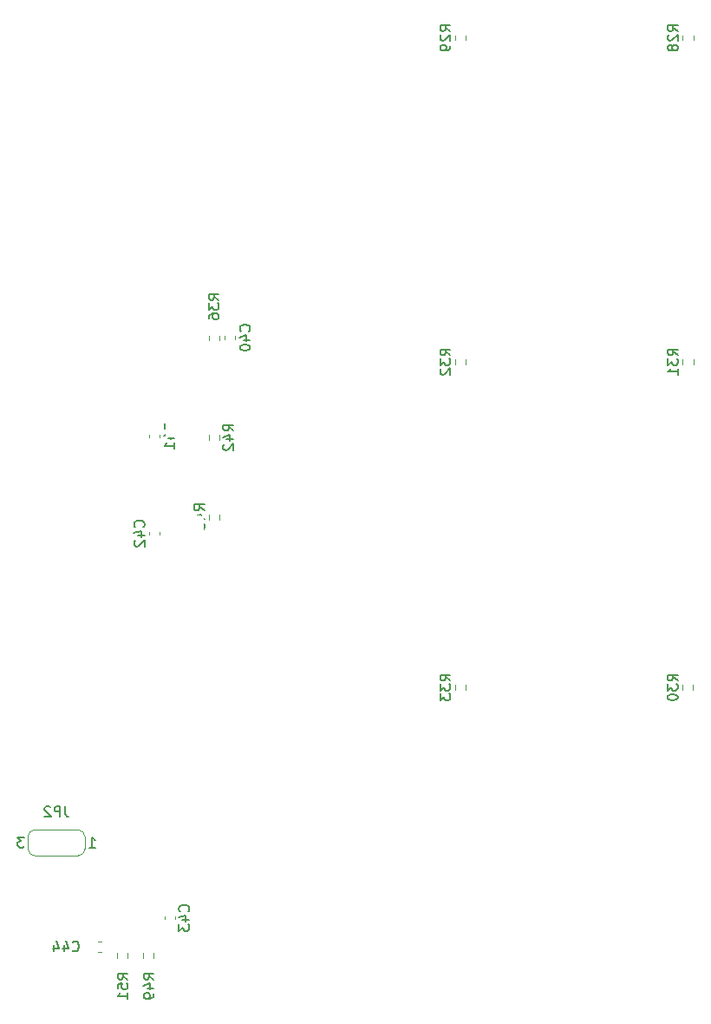
<source format=gbo>
G04 #@! TF.GenerationSoftware,KiCad,Pcbnew,(5.1.8)-1*
G04 #@! TF.CreationDate,2020-12-25T17:54:38+03:00*
G04 #@! TF.ProjectId,3d_print_main,33645f70-7269-46e7-945f-6d61696e2e6b,rev?*
G04 #@! TF.SameCoordinates,Original*
G04 #@! TF.FileFunction,Legend,Bot*
G04 #@! TF.FilePolarity,Positive*
%FSLAX46Y46*%
G04 Gerber Fmt 4.6, Leading zero omitted, Abs format (unit mm)*
G04 Created by KiCad (PCBNEW (5.1.8)-1) date 2020-12-25 17:54:38*
%MOMM*%
%LPD*%
G01*
G04 APERTURE LIST*
%ADD10C,0.120000*%
%ADD11C,0.150000*%
%ADD12C,6.502000*%
%ADD13C,0.902000*%
%ADD14O,2.302000X2.302000*%
%ADD15C,2.102000*%
%ADD16C,3.602000*%
%ADD17O,4.102000X3.102000*%
%ADD18O,1.902000X3.702000*%
%ADD19O,1.802000X1.802000*%
%ADD20C,1.102000*%
%ADD21C,1.852000*%
%ADD22O,1.702000X1.702000*%
%ADD23O,3.702000X1.902000*%
%ADD24C,1.802000*%
%ADD25O,1.802000X2.052000*%
G04 APERTURE END LIST*
D10*
X159652501Y-117394258D02*
X159652501Y-116919742D01*
X160697501Y-117394258D02*
X160697501Y-116919742D01*
X162192501Y-117394258D02*
X162192501Y-116919742D01*
X163237501Y-117394258D02*
X163237501Y-116919742D01*
X169686500Y-74157743D02*
X169686500Y-74632259D01*
X168641500Y-74157743D02*
X168641500Y-74632259D01*
X168641500Y-66848259D02*
X168641500Y-66373743D01*
X169686500Y-66848259D02*
X169686500Y-66373743D01*
X168641500Y-57176259D02*
X168641500Y-56701743D01*
X169686500Y-57176259D02*
X169686500Y-56701743D01*
X193717502Y-90757742D02*
X193717502Y-91232258D01*
X192672502Y-90757742D02*
X192672502Y-91232258D01*
X193717500Y-59007742D02*
X193717500Y-59482258D01*
X192672500Y-59007742D02*
X192672500Y-59482258D01*
X215942500Y-59007742D02*
X215942500Y-59482258D01*
X214897500Y-59007742D02*
X214897500Y-59482258D01*
X215914500Y-90757742D02*
X215914500Y-91232258D01*
X214869500Y-90757742D02*
X214869500Y-91232258D01*
X193717502Y-27385742D02*
X193717502Y-27860258D01*
X192672502Y-27385742D02*
X192672502Y-27860258D01*
X215942500Y-27385742D02*
X215942500Y-27860258D01*
X214897500Y-27385742D02*
X214897500Y-27860258D01*
X158115579Y-116842000D02*
X157834419Y-116842000D01*
X158115579Y-115822000D02*
X157834419Y-115822000D01*
X164336000Y-113645580D02*
X164336000Y-113364420D01*
X165356000Y-113645580D02*
X165356000Y-113364420D01*
X163832000Y-75854422D02*
X163832000Y-76135582D01*
X162812000Y-75854422D02*
X162812000Y-76135582D01*
X163832000Y-66329419D02*
X163832000Y-66610579D01*
X162812000Y-66329419D02*
X162812000Y-66610579D01*
X171198000Y-56755420D02*
X171198000Y-57036580D01*
X170178000Y-56755420D02*
X170178000Y-57036580D01*
X156553833Y-106750527D02*
X156553833Y-105610527D01*
X151665833Y-107450527D02*
X155853833Y-107450527D01*
X150965833Y-105672527D02*
X150965833Y-106750527D01*
X155853833Y-104910527D02*
X151665833Y-104910527D01*
X151665833Y-104910527D02*
G75*
G03*
X150965833Y-105610527I0J-700000D01*
G01*
X150965833Y-106750527D02*
G75*
G03*
X151665833Y-107450527I700000J0D01*
G01*
X155853833Y-107450527D02*
G75*
G03*
X156553833Y-106750527I0J700000D01*
G01*
X156553833Y-105610527D02*
G75*
G03*
X155853833Y-104910527I-700000J0D01*
G01*
D11*
X160726380Y-119499142D02*
X160250190Y-119165809D01*
X160726380Y-118927714D02*
X159726380Y-118927714D01*
X159726380Y-119308666D01*
X159774000Y-119403904D01*
X159821619Y-119451523D01*
X159916857Y-119499142D01*
X160059714Y-119499142D01*
X160154952Y-119451523D01*
X160202571Y-119403904D01*
X160250190Y-119308666D01*
X160250190Y-118927714D01*
X159726380Y-120403904D02*
X159726380Y-119927714D01*
X160202571Y-119880095D01*
X160154952Y-119927714D01*
X160107333Y-120022952D01*
X160107333Y-120261047D01*
X160154952Y-120356285D01*
X160202571Y-120403904D01*
X160297809Y-120451523D01*
X160535904Y-120451523D01*
X160631142Y-120403904D01*
X160678761Y-120356285D01*
X160726380Y-120261047D01*
X160726380Y-120022952D01*
X160678761Y-119927714D01*
X160631142Y-119880095D01*
X160726380Y-121403904D02*
X160726380Y-120832476D01*
X160726380Y-121118190D02*
X159726380Y-121118190D01*
X159869238Y-121022952D01*
X159964476Y-120927714D01*
X160012095Y-120832476D01*
X163266380Y-119499142D02*
X162790190Y-119165809D01*
X163266380Y-118927714D02*
X162266380Y-118927714D01*
X162266380Y-119308666D01*
X162314000Y-119403904D01*
X162361619Y-119451523D01*
X162456857Y-119499142D01*
X162599714Y-119499142D01*
X162694952Y-119451523D01*
X162742571Y-119403904D01*
X162790190Y-119308666D01*
X162790190Y-118927714D01*
X162599714Y-120356285D02*
X163266380Y-120356285D01*
X162218761Y-120118190D02*
X162933047Y-119880095D01*
X162933047Y-120499142D01*
X163266380Y-120927714D02*
X163266380Y-121118190D01*
X163218761Y-121213428D01*
X163171142Y-121261047D01*
X163028285Y-121356285D01*
X162837809Y-121403904D01*
X162456857Y-121403904D01*
X162361619Y-121356285D01*
X162314000Y-121308666D01*
X162266380Y-121213428D01*
X162266380Y-121022952D01*
X162314000Y-120927714D01*
X162361619Y-120880095D01*
X162456857Y-120832476D01*
X162694952Y-120832476D01*
X162790190Y-120880095D01*
X162837809Y-120927714D01*
X162885428Y-121022952D01*
X162885428Y-121213428D01*
X162837809Y-121308666D01*
X162790190Y-121356285D01*
X162694952Y-121403904D01*
X168186380Y-73752143D02*
X167710190Y-73418810D01*
X168186380Y-73180715D02*
X167186380Y-73180715D01*
X167186380Y-73561667D01*
X167234000Y-73656905D01*
X167281619Y-73704524D01*
X167376857Y-73752143D01*
X167519714Y-73752143D01*
X167614952Y-73704524D01*
X167662571Y-73656905D01*
X167710190Y-73561667D01*
X167710190Y-73180715D01*
X167519714Y-74609286D02*
X168186380Y-74609286D01*
X167138761Y-74371191D02*
X167853047Y-74133096D01*
X167853047Y-74752143D01*
X167186380Y-75037858D02*
X167186380Y-75656905D01*
X167567333Y-75323572D01*
X167567333Y-75466429D01*
X167614952Y-75561667D01*
X167662571Y-75609286D01*
X167757809Y-75656905D01*
X167995904Y-75656905D01*
X168091142Y-75609286D01*
X168138761Y-75561667D01*
X168186380Y-75466429D01*
X168186380Y-75180715D01*
X168138761Y-75085477D01*
X168091142Y-75037858D01*
X171046380Y-65968143D02*
X170570190Y-65634810D01*
X171046380Y-65396715D02*
X170046380Y-65396715D01*
X170046380Y-65777667D01*
X170094000Y-65872905D01*
X170141619Y-65920524D01*
X170236857Y-65968143D01*
X170379714Y-65968143D01*
X170474952Y-65920524D01*
X170522571Y-65872905D01*
X170570190Y-65777667D01*
X170570190Y-65396715D01*
X170379714Y-66825286D02*
X171046380Y-66825286D01*
X169998761Y-66587191D02*
X170713047Y-66349096D01*
X170713047Y-66968143D01*
X170141619Y-67301477D02*
X170094000Y-67349096D01*
X170046380Y-67444334D01*
X170046380Y-67682429D01*
X170094000Y-67777667D01*
X170141619Y-67825286D01*
X170236857Y-67872905D01*
X170332095Y-67872905D01*
X170474952Y-67825286D01*
X171046380Y-67253858D01*
X171046380Y-67872905D01*
X169616380Y-53205142D02*
X169140190Y-52871809D01*
X169616380Y-52633714D02*
X168616380Y-52633714D01*
X168616380Y-53014666D01*
X168664000Y-53109904D01*
X168711619Y-53157523D01*
X168806857Y-53205142D01*
X168949714Y-53205142D01*
X169044952Y-53157523D01*
X169092571Y-53109904D01*
X169140190Y-53014666D01*
X169140190Y-52633714D01*
X168616380Y-53538476D02*
X168616380Y-54157523D01*
X168997333Y-53824190D01*
X168997333Y-53967047D01*
X169044952Y-54062285D01*
X169092571Y-54109904D01*
X169187809Y-54157523D01*
X169425904Y-54157523D01*
X169521142Y-54109904D01*
X169568761Y-54062285D01*
X169616380Y-53967047D01*
X169616380Y-53681333D01*
X169568761Y-53586095D01*
X169521142Y-53538476D01*
X168616380Y-55014666D02*
X168616380Y-54824190D01*
X168664000Y-54728952D01*
X168711619Y-54681333D01*
X168854476Y-54586095D01*
X169044952Y-54538476D01*
X169425904Y-54538476D01*
X169521142Y-54586095D01*
X169568761Y-54633714D01*
X169616380Y-54728952D01*
X169616380Y-54919428D01*
X169568761Y-55014666D01*
X169521142Y-55062285D01*
X169425904Y-55109904D01*
X169187809Y-55109904D01*
X169092571Y-55062285D01*
X169044952Y-55014666D01*
X168997333Y-54919428D01*
X168997333Y-54728952D01*
X169044952Y-54633714D01*
X169092571Y-54586095D01*
X169187809Y-54538476D01*
X192217382Y-90352142D02*
X191741192Y-90018809D01*
X192217382Y-89780714D02*
X191217382Y-89780714D01*
X191217382Y-90161666D01*
X191265002Y-90256904D01*
X191312621Y-90304523D01*
X191407859Y-90352142D01*
X191550716Y-90352142D01*
X191645954Y-90304523D01*
X191693573Y-90256904D01*
X191741192Y-90161666D01*
X191741192Y-89780714D01*
X191217382Y-90685476D02*
X191217382Y-91304523D01*
X191598335Y-90971190D01*
X191598335Y-91114047D01*
X191645954Y-91209285D01*
X191693573Y-91256904D01*
X191788811Y-91304523D01*
X192026906Y-91304523D01*
X192122144Y-91256904D01*
X192169763Y-91209285D01*
X192217382Y-91114047D01*
X192217382Y-90828333D01*
X192169763Y-90733095D01*
X192122144Y-90685476D01*
X191217382Y-91637857D02*
X191217382Y-92256904D01*
X191598335Y-91923571D01*
X191598335Y-92066428D01*
X191645954Y-92161666D01*
X191693573Y-92209285D01*
X191788811Y-92256904D01*
X192026906Y-92256904D01*
X192122144Y-92209285D01*
X192169763Y-92161666D01*
X192217382Y-92066428D01*
X192217382Y-91780714D01*
X192169763Y-91685476D01*
X192122144Y-91637857D01*
X192217380Y-58602142D02*
X191741190Y-58268809D01*
X192217380Y-58030714D02*
X191217380Y-58030714D01*
X191217380Y-58411666D01*
X191265000Y-58506904D01*
X191312619Y-58554523D01*
X191407857Y-58602142D01*
X191550714Y-58602142D01*
X191645952Y-58554523D01*
X191693571Y-58506904D01*
X191741190Y-58411666D01*
X191741190Y-58030714D01*
X191217380Y-58935476D02*
X191217380Y-59554523D01*
X191598333Y-59221190D01*
X191598333Y-59364047D01*
X191645952Y-59459285D01*
X191693571Y-59506904D01*
X191788809Y-59554523D01*
X192026904Y-59554523D01*
X192122142Y-59506904D01*
X192169761Y-59459285D01*
X192217380Y-59364047D01*
X192217380Y-59078333D01*
X192169761Y-58983095D01*
X192122142Y-58935476D01*
X191312619Y-59935476D02*
X191265000Y-59983095D01*
X191217380Y-60078333D01*
X191217380Y-60316428D01*
X191265000Y-60411666D01*
X191312619Y-60459285D01*
X191407857Y-60506904D01*
X191503095Y-60506904D01*
X191645952Y-60459285D01*
X192217380Y-59887857D01*
X192217380Y-60506904D01*
X214442380Y-58602142D02*
X213966190Y-58268809D01*
X214442380Y-58030714D02*
X213442380Y-58030714D01*
X213442380Y-58411666D01*
X213490000Y-58506904D01*
X213537619Y-58554523D01*
X213632857Y-58602142D01*
X213775714Y-58602142D01*
X213870952Y-58554523D01*
X213918571Y-58506904D01*
X213966190Y-58411666D01*
X213966190Y-58030714D01*
X213442380Y-58935476D02*
X213442380Y-59554523D01*
X213823333Y-59221190D01*
X213823333Y-59364047D01*
X213870952Y-59459285D01*
X213918571Y-59506904D01*
X214013809Y-59554523D01*
X214251904Y-59554523D01*
X214347142Y-59506904D01*
X214394761Y-59459285D01*
X214442380Y-59364047D01*
X214442380Y-59078333D01*
X214394761Y-58983095D01*
X214347142Y-58935476D01*
X214442380Y-60506904D02*
X214442380Y-59935476D01*
X214442380Y-60221190D02*
X213442380Y-60221190D01*
X213585238Y-60125952D01*
X213680476Y-60030714D01*
X213728095Y-59935476D01*
X214414380Y-90352142D02*
X213938190Y-90018809D01*
X214414380Y-89780714D02*
X213414380Y-89780714D01*
X213414380Y-90161666D01*
X213462000Y-90256904D01*
X213509619Y-90304523D01*
X213604857Y-90352142D01*
X213747714Y-90352142D01*
X213842952Y-90304523D01*
X213890571Y-90256904D01*
X213938190Y-90161666D01*
X213938190Y-89780714D01*
X213414380Y-90685476D02*
X213414380Y-91304523D01*
X213795333Y-90971190D01*
X213795333Y-91114047D01*
X213842952Y-91209285D01*
X213890571Y-91256904D01*
X213985809Y-91304523D01*
X214223904Y-91304523D01*
X214319142Y-91256904D01*
X214366761Y-91209285D01*
X214414380Y-91114047D01*
X214414380Y-90828333D01*
X214366761Y-90733095D01*
X214319142Y-90685476D01*
X213414380Y-91923571D02*
X213414380Y-92018809D01*
X213462000Y-92114047D01*
X213509619Y-92161666D01*
X213604857Y-92209285D01*
X213795333Y-92256904D01*
X214033428Y-92256904D01*
X214223904Y-92209285D01*
X214319142Y-92161666D01*
X214366761Y-92114047D01*
X214414380Y-92018809D01*
X214414380Y-91923571D01*
X214366761Y-91828333D01*
X214319142Y-91780714D01*
X214223904Y-91733095D01*
X214033428Y-91685476D01*
X213795333Y-91685476D01*
X213604857Y-91733095D01*
X213509619Y-91780714D01*
X213462000Y-91828333D01*
X213414380Y-91923571D01*
X192217382Y-26980142D02*
X191741192Y-26646809D01*
X192217382Y-26408714D02*
X191217382Y-26408714D01*
X191217382Y-26789666D01*
X191265002Y-26884904D01*
X191312621Y-26932523D01*
X191407859Y-26980142D01*
X191550716Y-26980142D01*
X191645954Y-26932523D01*
X191693573Y-26884904D01*
X191741192Y-26789666D01*
X191741192Y-26408714D01*
X191312621Y-27361095D02*
X191265002Y-27408714D01*
X191217382Y-27503952D01*
X191217382Y-27742047D01*
X191265002Y-27837285D01*
X191312621Y-27884904D01*
X191407859Y-27932523D01*
X191503097Y-27932523D01*
X191645954Y-27884904D01*
X192217382Y-27313476D01*
X192217382Y-27932523D01*
X192217382Y-28408714D02*
X192217382Y-28599190D01*
X192169763Y-28694428D01*
X192122144Y-28742047D01*
X191979287Y-28837285D01*
X191788811Y-28884904D01*
X191407859Y-28884904D01*
X191312621Y-28837285D01*
X191265002Y-28789666D01*
X191217382Y-28694428D01*
X191217382Y-28503952D01*
X191265002Y-28408714D01*
X191312621Y-28361095D01*
X191407859Y-28313476D01*
X191645954Y-28313476D01*
X191741192Y-28361095D01*
X191788811Y-28408714D01*
X191836430Y-28503952D01*
X191836430Y-28694428D01*
X191788811Y-28789666D01*
X191741192Y-28837285D01*
X191645954Y-28884904D01*
X214442380Y-26980142D02*
X213966190Y-26646809D01*
X214442380Y-26408714D02*
X213442380Y-26408714D01*
X213442380Y-26789666D01*
X213490000Y-26884904D01*
X213537619Y-26932523D01*
X213632857Y-26980142D01*
X213775714Y-26980142D01*
X213870952Y-26932523D01*
X213918571Y-26884904D01*
X213966190Y-26789666D01*
X213966190Y-26408714D01*
X213537619Y-27361095D02*
X213490000Y-27408714D01*
X213442380Y-27503952D01*
X213442380Y-27742047D01*
X213490000Y-27837285D01*
X213537619Y-27884904D01*
X213632857Y-27932523D01*
X213728095Y-27932523D01*
X213870952Y-27884904D01*
X214442380Y-27313476D01*
X214442380Y-27932523D01*
X213870952Y-28503952D02*
X213823333Y-28408714D01*
X213775714Y-28361095D01*
X213680476Y-28313476D01*
X213632857Y-28313476D01*
X213537619Y-28361095D01*
X213490000Y-28408714D01*
X213442380Y-28503952D01*
X213442380Y-28694428D01*
X213490000Y-28789666D01*
X213537619Y-28837285D01*
X213632857Y-28884904D01*
X213680476Y-28884904D01*
X213775714Y-28837285D01*
X213823333Y-28789666D01*
X213870952Y-28694428D01*
X213870952Y-28503952D01*
X213918571Y-28408714D01*
X213966190Y-28361095D01*
X214061428Y-28313476D01*
X214251904Y-28313476D01*
X214347142Y-28361095D01*
X214394761Y-28408714D01*
X214442380Y-28503952D01*
X214442380Y-28694428D01*
X214394761Y-28789666D01*
X214347142Y-28837285D01*
X214251904Y-28884904D01*
X214061428Y-28884904D01*
X213966190Y-28837285D01*
X213918571Y-28789666D01*
X213870952Y-28694428D01*
X155328857Y-116689142D02*
X155376476Y-116736761D01*
X155519333Y-116784380D01*
X155614571Y-116784380D01*
X155757428Y-116736761D01*
X155852666Y-116641523D01*
X155900285Y-116546285D01*
X155947904Y-116355809D01*
X155947904Y-116212952D01*
X155900285Y-116022476D01*
X155852666Y-115927238D01*
X155757428Y-115832000D01*
X155614571Y-115784380D01*
X155519333Y-115784380D01*
X155376476Y-115832000D01*
X155328857Y-115879619D01*
X154471714Y-116117714D02*
X154471714Y-116784380D01*
X154709809Y-115736761D02*
X154947904Y-116451047D01*
X154328857Y-116451047D01*
X153519333Y-116117714D02*
X153519333Y-116784380D01*
X153757428Y-115736761D02*
X153995523Y-116451047D01*
X153376476Y-116451047D01*
X166633142Y-112862142D02*
X166680761Y-112814523D01*
X166728380Y-112671666D01*
X166728380Y-112576428D01*
X166680761Y-112433571D01*
X166585523Y-112338333D01*
X166490285Y-112290714D01*
X166299809Y-112243095D01*
X166156952Y-112243095D01*
X165966476Y-112290714D01*
X165871238Y-112338333D01*
X165776000Y-112433571D01*
X165728380Y-112576428D01*
X165728380Y-112671666D01*
X165776000Y-112814523D01*
X165823619Y-112862142D01*
X166061714Y-113719285D02*
X166728380Y-113719285D01*
X165680761Y-113481190D02*
X166395047Y-113243095D01*
X166395047Y-113862142D01*
X165728380Y-114147857D02*
X165728380Y-114766904D01*
X166109333Y-114433571D01*
X166109333Y-114576428D01*
X166156952Y-114671666D01*
X166204571Y-114719285D01*
X166299809Y-114766904D01*
X166537904Y-114766904D01*
X166633142Y-114719285D01*
X166680761Y-114671666D01*
X166728380Y-114576428D01*
X166728380Y-114290714D01*
X166680761Y-114195476D01*
X166633142Y-114147857D01*
X162249142Y-75352144D02*
X162296761Y-75304525D01*
X162344380Y-75161668D01*
X162344380Y-75066430D01*
X162296761Y-74923573D01*
X162201523Y-74828335D01*
X162106285Y-74780716D01*
X161915809Y-74733097D01*
X161772952Y-74733097D01*
X161582476Y-74780716D01*
X161487238Y-74828335D01*
X161392000Y-74923573D01*
X161344380Y-75066430D01*
X161344380Y-75161668D01*
X161392000Y-75304525D01*
X161439619Y-75352144D01*
X161677714Y-76209287D02*
X162344380Y-76209287D01*
X161296761Y-75971192D02*
X162011047Y-75733097D01*
X162011047Y-76352144D01*
X161439619Y-76685478D02*
X161392000Y-76733097D01*
X161344380Y-76828335D01*
X161344380Y-77066430D01*
X161392000Y-77161668D01*
X161439619Y-77209287D01*
X161534857Y-77256906D01*
X161630095Y-77256906D01*
X161772952Y-77209287D01*
X162344380Y-76637859D01*
X162344380Y-77256906D01*
X165203142Y-65814140D02*
X165250761Y-65766521D01*
X165298380Y-65623664D01*
X165298380Y-65528426D01*
X165250761Y-65385569D01*
X165155523Y-65290331D01*
X165060285Y-65242712D01*
X164869809Y-65195093D01*
X164726952Y-65195093D01*
X164536476Y-65242712D01*
X164441238Y-65290331D01*
X164346000Y-65385569D01*
X164298380Y-65528426D01*
X164298380Y-65623664D01*
X164346000Y-65766521D01*
X164393619Y-65814140D01*
X164631714Y-66671283D02*
X165298380Y-66671283D01*
X164250761Y-66433188D02*
X164965047Y-66195093D01*
X164965047Y-66814140D01*
X165298380Y-67718902D02*
X165298380Y-67147474D01*
X165298380Y-67433188D02*
X164298380Y-67433188D01*
X164441238Y-67337950D01*
X164536476Y-67242712D01*
X164584095Y-67147474D01*
X172569142Y-56253142D02*
X172616761Y-56205523D01*
X172664380Y-56062666D01*
X172664380Y-55967428D01*
X172616761Y-55824571D01*
X172521523Y-55729333D01*
X172426285Y-55681714D01*
X172235809Y-55634095D01*
X172092952Y-55634095D01*
X171902476Y-55681714D01*
X171807238Y-55729333D01*
X171712000Y-55824571D01*
X171664380Y-55967428D01*
X171664380Y-56062666D01*
X171712000Y-56205523D01*
X171759619Y-56253142D01*
X171997714Y-57110285D02*
X172664380Y-57110285D01*
X171616761Y-56872190D02*
X172331047Y-56634095D01*
X172331047Y-57253142D01*
X171664380Y-57824571D02*
X171664380Y-57919809D01*
X171712000Y-58015047D01*
X171759619Y-58062666D01*
X171854857Y-58110285D01*
X172045333Y-58157904D01*
X172283428Y-58157904D01*
X172473904Y-58110285D01*
X172569142Y-58062666D01*
X172616761Y-58015047D01*
X172664380Y-57919809D01*
X172664380Y-57824571D01*
X172616761Y-57729333D01*
X172569142Y-57681714D01*
X172473904Y-57634095D01*
X172283428Y-57586476D01*
X172045333Y-57586476D01*
X171854857Y-57634095D01*
X171759619Y-57681714D01*
X171712000Y-57729333D01*
X171664380Y-57824571D01*
X154593166Y-102632907D02*
X154593166Y-103347193D01*
X154640785Y-103490050D01*
X154736023Y-103585288D01*
X154878880Y-103632907D01*
X154974118Y-103632907D01*
X154116975Y-103632907D02*
X154116975Y-102632907D01*
X153736023Y-102632907D01*
X153640785Y-102680527D01*
X153593166Y-102728146D01*
X153545547Y-102823384D01*
X153545547Y-102966241D01*
X153593166Y-103061479D01*
X153640785Y-103109098D01*
X153736023Y-103156717D01*
X154116975Y-103156717D01*
X153164594Y-102728146D02*
X153116975Y-102680527D01*
X153021737Y-102632907D01*
X152783642Y-102632907D01*
X152688404Y-102680527D01*
X152640785Y-102728146D01*
X152593166Y-102823384D01*
X152593166Y-102918622D01*
X152640785Y-103061479D01*
X153212213Y-103632907D01*
X152593166Y-103632907D01*
X150593166Y-105632907D02*
X149974118Y-105632907D01*
X150307452Y-106013860D01*
X150164594Y-106013860D01*
X150069356Y-106061479D01*
X150021737Y-106109098D01*
X149974118Y-106204336D01*
X149974118Y-106442431D01*
X150021737Y-106537669D01*
X150069356Y-106585288D01*
X150164594Y-106632907D01*
X150450309Y-106632907D01*
X150545547Y-106585288D01*
X150593166Y-106537669D01*
X156974118Y-106632907D02*
X157545547Y-106632907D01*
X157259833Y-106632907D02*
X157259833Y-105632907D01*
X157355071Y-105775765D01*
X157450309Y-105871003D01*
X157545547Y-105918622D01*
%LPC*%
D12*
X154813000Y-40894000D03*
D13*
X157213000Y-40894000D03*
X156510056Y-42591056D03*
X154813000Y-43294000D03*
X153115944Y-42591056D03*
X152413000Y-40894000D03*
X153115944Y-39196944D03*
X154813000Y-38494000D03*
X156510056Y-39196944D03*
D12*
X136017000Y-117856000D03*
D13*
X138417000Y-117856000D03*
X137714056Y-119553056D03*
X136017000Y-120256000D03*
X134319944Y-119553056D03*
X133617000Y-117856000D03*
X134319944Y-116158944D03*
X136017000Y-115456000D03*
X137714056Y-116158944D03*
G36*
G01*
X75395000Y-102116000D02*
X73195000Y-102116000D01*
G75*
G02*
X73144000Y-102065000I0J51000D01*
G01*
X73144000Y-99865000D01*
G75*
G02*
X73195000Y-99814000I51000J0D01*
G01*
X75395000Y-99814000D01*
G75*
G02*
X75446000Y-99865000I0J-51000D01*
G01*
X75446000Y-102065000D01*
G75*
G02*
X75395000Y-102116000I-51000J0D01*
G01*
G37*
D14*
X74295000Y-93345000D03*
G36*
G01*
X143625000Y-34378000D02*
X143625000Y-32678000D01*
G75*
G02*
X143676000Y-32627000I51000J0D01*
G01*
X145376000Y-32627000D01*
G75*
G02*
X145427000Y-32678000I0J-51000D01*
G01*
X145427000Y-34378000D01*
G75*
G02*
X145376000Y-34429000I-51000J0D01*
G01*
X143676000Y-34429000D01*
G75*
G02*
X143625000Y-34378000I0J51000D01*
G01*
G37*
D15*
X205895002Y-43160000D03*
X203355002Y-43160000D03*
X200815002Y-43160000D03*
X198275002Y-43160000D03*
X195735002Y-43160000D03*
X193195002Y-43160000D03*
X190655002Y-43160000D03*
X188115002Y-43160000D03*
X188115002Y-30460000D03*
X190655002Y-30460000D03*
X193195002Y-30460000D03*
X195735002Y-30460000D03*
X198275002Y-30460000D03*
X200815002Y-30460000D03*
X203355002Y-30460000D03*
X205895002Y-30460000D03*
X205895000Y-74910000D03*
X203355000Y-74910000D03*
X200815000Y-74910000D03*
X198275000Y-74910000D03*
X195735000Y-74910000D03*
X193195000Y-74910000D03*
X190655000Y-74910000D03*
X188115000Y-74910000D03*
X188115000Y-62210000D03*
X190655000Y-62210000D03*
X193195000Y-62210000D03*
X195735000Y-62210000D03*
X198275000Y-62210000D03*
X200815000Y-62210000D03*
X203355000Y-62210000D03*
X205895000Y-62210000D03*
X228120000Y-43160000D03*
X225580000Y-43160000D03*
X223040000Y-43160000D03*
X220500000Y-43160000D03*
X217960000Y-43160000D03*
X215420000Y-43160000D03*
X212880000Y-43160000D03*
X210340000Y-43160000D03*
X210340000Y-30460000D03*
X212880000Y-30460000D03*
X215420000Y-30460000D03*
X217960000Y-30460000D03*
X220500000Y-30460000D03*
X223040000Y-30460000D03*
X225580000Y-30460000D03*
X228120000Y-30460000D03*
X205895002Y-106660002D03*
X203355002Y-106660002D03*
X200815002Y-106660002D03*
X198275002Y-106660002D03*
X195735002Y-106660002D03*
X193195002Y-106660002D03*
X190655002Y-106660002D03*
X188115002Y-106660002D03*
X188115002Y-93960002D03*
X190655002Y-93960002D03*
X193195002Y-93960002D03*
X195735002Y-93960002D03*
X198275002Y-93960002D03*
X200815002Y-93960002D03*
X203355002Y-93960002D03*
X205895002Y-93960002D03*
X228119998Y-106660000D03*
X225579998Y-106660000D03*
X223039998Y-106660000D03*
X220499998Y-106660000D03*
X217959998Y-106660000D03*
X215419998Y-106660000D03*
X212879998Y-106660000D03*
X210339998Y-106660000D03*
X210339998Y-93960000D03*
X212879998Y-93960000D03*
X215419998Y-93960000D03*
X217959998Y-93960000D03*
X220499998Y-93960000D03*
X223039998Y-93960000D03*
X225579998Y-93960000D03*
X228119998Y-93960000D03*
X228120000Y-74910000D03*
X225580000Y-74910000D03*
X223040000Y-74910000D03*
X220500000Y-74910000D03*
X217960000Y-74910000D03*
X215420000Y-74910000D03*
X212880000Y-74910000D03*
X210340000Y-74910000D03*
X210340000Y-62210000D03*
X212880000Y-62210000D03*
X215420000Y-62210000D03*
X217960000Y-62210000D03*
X220500000Y-62210000D03*
X223040000Y-62210000D03*
X225580000Y-62210000D03*
X228120000Y-62210000D03*
G36*
G01*
X160475501Y-116783000D02*
X159874501Y-116783000D01*
G75*
G02*
X159649001Y-116557500I0J225500D01*
G01*
X159649001Y-116106500D01*
G75*
G02*
X159874501Y-115881000I225500J0D01*
G01*
X160475501Y-115881000D01*
G75*
G02*
X160701001Y-116106500I0J-225500D01*
G01*
X160701001Y-116557500D01*
G75*
G02*
X160475501Y-116783000I-225500J0D01*
G01*
G37*
G36*
G01*
X160475501Y-118433000D02*
X159874501Y-118433000D01*
G75*
G02*
X159649001Y-118207500I0J225500D01*
G01*
X159649001Y-117756500D01*
G75*
G02*
X159874501Y-117531000I225500J0D01*
G01*
X160475501Y-117531000D01*
G75*
G02*
X160701001Y-117756500I0J-225500D01*
G01*
X160701001Y-118207500D01*
G75*
G02*
X160475501Y-118433000I-225500J0D01*
G01*
G37*
G36*
G01*
X163015501Y-116783000D02*
X162414501Y-116783000D01*
G75*
G02*
X162189001Y-116557500I0J225500D01*
G01*
X162189001Y-116106500D01*
G75*
G02*
X162414501Y-115881000I225500J0D01*
G01*
X163015501Y-115881000D01*
G75*
G02*
X163241001Y-116106500I0J-225500D01*
G01*
X163241001Y-116557500D01*
G75*
G02*
X163015501Y-116783000I-225500J0D01*
G01*
G37*
G36*
G01*
X163015501Y-118433000D02*
X162414501Y-118433000D01*
G75*
G02*
X162189001Y-118207500I0J225500D01*
G01*
X162189001Y-117756500D01*
G75*
G02*
X162414501Y-117531000I225500J0D01*
G01*
X163015501Y-117531000D01*
G75*
G02*
X163241001Y-117756500I0J-225500D01*
G01*
X163241001Y-118207500D01*
G75*
G02*
X163015501Y-118433000I-225500J0D01*
G01*
G37*
G36*
G01*
X168863500Y-74769001D02*
X169464500Y-74769001D01*
G75*
G02*
X169690000Y-74994501I0J-225500D01*
G01*
X169690000Y-75445501D01*
G75*
G02*
X169464500Y-75671001I-225500J0D01*
G01*
X168863500Y-75671001D01*
G75*
G02*
X168638000Y-75445501I0J225500D01*
G01*
X168638000Y-74994501D01*
G75*
G02*
X168863500Y-74769001I225500J0D01*
G01*
G37*
G36*
G01*
X168863500Y-73119001D02*
X169464500Y-73119001D01*
G75*
G02*
X169690000Y-73344501I0J-225500D01*
G01*
X169690000Y-73795501D01*
G75*
G02*
X169464500Y-74021001I-225500J0D01*
G01*
X168863500Y-74021001D01*
G75*
G02*
X168638000Y-73795501I0J225500D01*
G01*
X168638000Y-73344501D01*
G75*
G02*
X168863500Y-73119001I225500J0D01*
G01*
G37*
G36*
G01*
X169464500Y-66237001D02*
X168863500Y-66237001D01*
G75*
G02*
X168638000Y-66011501I0J225500D01*
G01*
X168638000Y-65560501D01*
G75*
G02*
X168863500Y-65335001I225500J0D01*
G01*
X169464500Y-65335001D01*
G75*
G02*
X169690000Y-65560501I0J-225500D01*
G01*
X169690000Y-66011501D01*
G75*
G02*
X169464500Y-66237001I-225500J0D01*
G01*
G37*
G36*
G01*
X169464500Y-67887001D02*
X168863500Y-67887001D01*
G75*
G02*
X168638000Y-67661501I0J225500D01*
G01*
X168638000Y-67210501D01*
G75*
G02*
X168863500Y-66985001I225500J0D01*
G01*
X169464500Y-66985001D01*
G75*
G02*
X169690000Y-67210501I0J-225500D01*
G01*
X169690000Y-67661501D01*
G75*
G02*
X169464500Y-67887001I-225500J0D01*
G01*
G37*
G36*
G01*
X169464500Y-56565001D02*
X168863500Y-56565001D01*
G75*
G02*
X168638000Y-56339501I0J225500D01*
G01*
X168638000Y-55888501D01*
G75*
G02*
X168863500Y-55663001I225500J0D01*
G01*
X169464500Y-55663001D01*
G75*
G02*
X169690000Y-55888501I0J-225500D01*
G01*
X169690000Y-56339501D01*
G75*
G02*
X169464500Y-56565001I-225500J0D01*
G01*
G37*
G36*
G01*
X169464500Y-58215001D02*
X168863500Y-58215001D01*
G75*
G02*
X168638000Y-57989501I0J225500D01*
G01*
X168638000Y-57538501D01*
G75*
G02*
X168863500Y-57313001I225500J0D01*
G01*
X169464500Y-57313001D01*
G75*
G02*
X169690000Y-57538501I0J-225500D01*
G01*
X169690000Y-57989501D01*
G75*
G02*
X169464500Y-58215001I-225500J0D01*
G01*
G37*
G36*
G01*
X192894502Y-91369000D02*
X193495502Y-91369000D01*
G75*
G02*
X193721002Y-91594500I0J-225500D01*
G01*
X193721002Y-92045500D01*
G75*
G02*
X193495502Y-92271000I-225500J0D01*
G01*
X192894502Y-92271000D01*
G75*
G02*
X192669002Y-92045500I0J225500D01*
G01*
X192669002Y-91594500D01*
G75*
G02*
X192894502Y-91369000I225500J0D01*
G01*
G37*
G36*
G01*
X192894502Y-89719000D02*
X193495502Y-89719000D01*
G75*
G02*
X193721002Y-89944500I0J-225500D01*
G01*
X193721002Y-90395500D01*
G75*
G02*
X193495502Y-90621000I-225500J0D01*
G01*
X192894502Y-90621000D01*
G75*
G02*
X192669002Y-90395500I0J225500D01*
G01*
X192669002Y-89944500D01*
G75*
G02*
X192894502Y-89719000I225500J0D01*
G01*
G37*
G36*
G01*
X192894500Y-59619000D02*
X193495500Y-59619000D01*
G75*
G02*
X193721000Y-59844500I0J-225500D01*
G01*
X193721000Y-60295500D01*
G75*
G02*
X193495500Y-60521000I-225500J0D01*
G01*
X192894500Y-60521000D01*
G75*
G02*
X192669000Y-60295500I0J225500D01*
G01*
X192669000Y-59844500D01*
G75*
G02*
X192894500Y-59619000I225500J0D01*
G01*
G37*
G36*
G01*
X192894500Y-57969000D02*
X193495500Y-57969000D01*
G75*
G02*
X193721000Y-58194500I0J-225500D01*
G01*
X193721000Y-58645500D01*
G75*
G02*
X193495500Y-58871000I-225500J0D01*
G01*
X192894500Y-58871000D01*
G75*
G02*
X192669000Y-58645500I0J225500D01*
G01*
X192669000Y-58194500D01*
G75*
G02*
X192894500Y-57969000I225500J0D01*
G01*
G37*
G36*
G01*
X215119500Y-59619000D02*
X215720500Y-59619000D01*
G75*
G02*
X215946000Y-59844500I0J-225500D01*
G01*
X215946000Y-60295500D01*
G75*
G02*
X215720500Y-60521000I-225500J0D01*
G01*
X215119500Y-60521000D01*
G75*
G02*
X214894000Y-60295500I0J225500D01*
G01*
X214894000Y-59844500D01*
G75*
G02*
X215119500Y-59619000I225500J0D01*
G01*
G37*
G36*
G01*
X215119500Y-57969000D02*
X215720500Y-57969000D01*
G75*
G02*
X215946000Y-58194500I0J-225500D01*
G01*
X215946000Y-58645500D01*
G75*
G02*
X215720500Y-58871000I-225500J0D01*
G01*
X215119500Y-58871000D01*
G75*
G02*
X214894000Y-58645500I0J225500D01*
G01*
X214894000Y-58194500D01*
G75*
G02*
X215119500Y-57969000I225500J0D01*
G01*
G37*
G36*
G01*
X215091500Y-91369000D02*
X215692500Y-91369000D01*
G75*
G02*
X215918000Y-91594500I0J-225500D01*
G01*
X215918000Y-92045500D01*
G75*
G02*
X215692500Y-92271000I-225500J0D01*
G01*
X215091500Y-92271000D01*
G75*
G02*
X214866000Y-92045500I0J225500D01*
G01*
X214866000Y-91594500D01*
G75*
G02*
X215091500Y-91369000I225500J0D01*
G01*
G37*
G36*
G01*
X215091500Y-89719000D02*
X215692500Y-89719000D01*
G75*
G02*
X215918000Y-89944500I0J-225500D01*
G01*
X215918000Y-90395500D01*
G75*
G02*
X215692500Y-90621000I-225500J0D01*
G01*
X215091500Y-90621000D01*
G75*
G02*
X214866000Y-90395500I0J225500D01*
G01*
X214866000Y-89944500D01*
G75*
G02*
X215091500Y-89719000I225500J0D01*
G01*
G37*
G36*
G01*
X192894502Y-27997000D02*
X193495502Y-27997000D01*
G75*
G02*
X193721002Y-28222500I0J-225500D01*
G01*
X193721002Y-28673500D01*
G75*
G02*
X193495502Y-28899000I-225500J0D01*
G01*
X192894502Y-28899000D01*
G75*
G02*
X192669002Y-28673500I0J225500D01*
G01*
X192669002Y-28222500D01*
G75*
G02*
X192894502Y-27997000I225500J0D01*
G01*
G37*
G36*
G01*
X192894502Y-26347000D02*
X193495502Y-26347000D01*
G75*
G02*
X193721002Y-26572500I0J-225500D01*
G01*
X193721002Y-27023500D01*
G75*
G02*
X193495502Y-27249000I-225500J0D01*
G01*
X192894502Y-27249000D01*
G75*
G02*
X192669002Y-27023500I0J225500D01*
G01*
X192669002Y-26572500D01*
G75*
G02*
X192894502Y-26347000I225500J0D01*
G01*
G37*
G36*
G01*
X215119500Y-27997000D02*
X215720500Y-27997000D01*
G75*
G02*
X215946000Y-28222500I0J-225500D01*
G01*
X215946000Y-28673500D01*
G75*
G02*
X215720500Y-28899000I-225500J0D01*
G01*
X215119500Y-28899000D01*
G75*
G02*
X214894000Y-28673500I0J225500D01*
G01*
X214894000Y-28222500D01*
G75*
G02*
X215119500Y-27997000I225500J0D01*
G01*
G37*
G36*
G01*
X215119500Y-26347000D02*
X215720500Y-26347000D01*
G75*
G02*
X215946000Y-26572500I0J-225500D01*
G01*
X215946000Y-27023500D01*
G75*
G02*
X215720500Y-27249000I-225500J0D01*
G01*
X215119500Y-27249000D01*
G75*
G02*
X214894000Y-27023500I0J225500D01*
G01*
X214894000Y-26572500D01*
G75*
G02*
X215119500Y-26347000I225500J0D01*
G01*
G37*
D16*
X58420000Y-111105000D03*
D17*
X64820000Y-116605000D03*
X64820000Y-105605000D03*
X64820000Y-111105000D03*
D16*
X58398000Y-84054000D03*
D17*
X64798000Y-89554000D03*
X64798000Y-78554000D03*
X64798000Y-84054000D03*
D12*
X180340000Y-66040000D03*
D13*
X182740000Y-66040000D03*
X182037056Y-67737056D03*
X180340000Y-68440000D03*
X178642944Y-67737056D03*
X177940000Y-66040000D03*
X178642944Y-64342944D03*
X180340000Y-63640000D03*
X182037056Y-64342944D03*
D12*
X180340000Y-105410000D03*
D13*
X182740000Y-105410000D03*
X182037056Y-107107056D03*
X180340000Y-107810000D03*
X178642944Y-107107056D03*
X177940000Y-105410000D03*
X178642944Y-103712944D03*
X180340000Y-103010000D03*
X182037056Y-103712944D03*
D12*
X205232000Y-49022000D03*
D13*
X207632000Y-49022000D03*
X206929056Y-50719056D03*
X205232000Y-51422000D03*
X203534944Y-50719056D03*
X202832000Y-49022000D03*
X203534944Y-47324944D03*
X205232000Y-46622000D03*
X206929056Y-47324944D03*
D12*
X205381674Y-112442696D03*
D13*
X207781674Y-112442696D03*
X207078730Y-114139752D03*
X205381674Y-114842696D03*
X203684618Y-114139752D03*
X202981674Y-112442696D03*
X203684618Y-110745640D03*
X205381674Y-110042696D03*
X207078730Y-110745640D03*
D12*
X52832000Y-60960000D03*
D13*
X55232000Y-60960000D03*
X54529056Y-62657056D03*
X52832000Y-63360000D03*
X51134944Y-62657056D03*
X50432000Y-60960000D03*
X51134944Y-59262944D03*
X52832000Y-58560000D03*
X54529056Y-59262944D03*
D12*
X80518000Y-120650000D03*
D13*
X82918000Y-120650000D03*
X82215056Y-122347056D03*
X80518000Y-123050000D03*
X78820944Y-122347056D03*
X78118000Y-120650000D03*
X78820944Y-118952944D03*
X80518000Y-118250000D03*
X82215056Y-118952944D03*
D12*
X42672000Y-30226000D03*
D13*
X45072000Y-30226000D03*
X44369056Y-31923056D03*
X42672000Y-32626000D03*
X40974944Y-31923056D03*
X40272000Y-30226000D03*
X40974944Y-28528944D03*
X42672000Y-27826000D03*
X44369056Y-28528944D03*
G36*
G01*
X130689000Y-114598166D02*
X130689000Y-117771834D01*
G75*
G02*
X130424834Y-118036000I-264166J0D01*
G01*
X129051166Y-118036000D01*
G75*
G02*
X128787000Y-117771834I0J264166D01*
G01*
X128787000Y-114598166D01*
G75*
G02*
X129051166Y-114334000I264166J0D01*
G01*
X130424834Y-114334000D01*
G75*
G02*
X130689000Y-114598166I0J-264166D01*
G01*
G37*
D18*
X126238000Y-116185000D03*
D19*
X157480000Y-120777000D03*
G36*
G01*
X155790000Y-121678000D02*
X154090000Y-121678000D01*
G75*
G02*
X154039000Y-121627000I0J51000D01*
G01*
X154039000Y-119927000D01*
G75*
G02*
X154090000Y-119876000I51000J0D01*
G01*
X155790000Y-119876000D01*
G75*
G02*
X155841000Y-119927000I0J-51000D01*
G01*
X155841000Y-121627000D01*
G75*
G02*
X155790000Y-121678000I-51000J0D01*
G01*
G37*
G36*
G01*
X157700999Y-116056500D02*
X157700999Y-116607500D01*
G75*
G02*
X157450499Y-116858000I-250500J0D01*
G01*
X156949499Y-116858000D01*
G75*
G02*
X156698999Y-116607500I0J250500D01*
G01*
X156698999Y-116056500D01*
G75*
G02*
X156949499Y-115806000I250500J0D01*
G01*
X157450499Y-115806000D01*
G75*
G02*
X157700999Y-116056500I0J-250500D01*
G01*
G37*
G36*
G01*
X159250999Y-116056500D02*
X159250999Y-116607500D01*
G75*
G02*
X159000499Y-116858000I-250500J0D01*
G01*
X158499499Y-116858000D01*
G75*
G02*
X158248999Y-116607500I0J250500D01*
G01*
X158248999Y-116056500D01*
G75*
G02*
X158499499Y-115806000I250500J0D01*
G01*
X159000499Y-115806000D01*
G75*
G02*
X159250999Y-116056500I0J-250500D01*
G01*
G37*
G36*
G01*
X165121500Y-113231000D02*
X164570500Y-113231000D01*
G75*
G02*
X164320000Y-112980500I0J250500D01*
G01*
X164320000Y-112479500D01*
G75*
G02*
X164570500Y-112229000I250500J0D01*
G01*
X165121500Y-112229000D01*
G75*
G02*
X165372000Y-112479500I0J-250500D01*
G01*
X165372000Y-112980500D01*
G75*
G02*
X165121500Y-113231000I-250500J0D01*
G01*
G37*
G36*
G01*
X165121500Y-114781000D02*
X164570500Y-114781000D01*
G75*
G02*
X164320000Y-114530500I0J250500D01*
G01*
X164320000Y-114029500D01*
G75*
G02*
X164570500Y-113779000I250500J0D01*
G01*
X165121500Y-113779000D01*
G75*
G02*
X165372000Y-114029500I0J-250500D01*
G01*
X165372000Y-114530500D01*
G75*
G02*
X165121500Y-114781000I-250500J0D01*
G01*
G37*
G36*
G01*
X163046500Y-76269002D02*
X163597500Y-76269002D01*
G75*
G02*
X163848000Y-76519502I0J-250500D01*
G01*
X163848000Y-77020502D01*
G75*
G02*
X163597500Y-77271002I-250500J0D01*
G01*
X163046500Y-77271002D01*
G75*
G02*
X162796000Y-77020502I0J250500D01*
G01*
X162796000Y-76519502D01*
G75*
G02*
X163046500Y-76269002I250500J0D01*
G01*
G37*
G36*
G01*
X163046500Y-74719002D02*
X163597500Y-74719002D01*
G75*
G02*
X163848000Y-74969502I0J-250500D01*
G01*
X163848000Y-75470502D01*
G75*
G02*
X163597500Y-75721002I-250500J0D01*
G01*
X163046500Y-75721002D01*
G75*
G02*
X162796000Y-75470502I0J250500D01*
G01*
X162796000Y-74969502D01*
G75*
G02*
X163046500Y-74719002I250500J0D01*
G01*
G37*
G36*
G01*
X163046500Y-66743999D02*
X163597500Y-66743999D01*
G75*
G02*
X163848000Y-66994499I0J-250500D01*
G01*
X163848000Y-67495499D01*
G75*
G02*
X163597500Y-67745999I-250500J0D01*
G01*
X163046500Y-67745999D01*
G75*
G02*
X162796000Y-67495499I0J250500D01*
G01*
X162796000Y-66994499D01*
G75*
G02*
X163046500Y-66743999I250500J0D01*
G01*
G37*
G36*
G01*
X163046500Y-65193999D02*
X163597500Y-65193999D01*
G75*
G02*
X163848000Y-65444499I0J-250500D01*
G01*
X163848000Y-65945499D01*
G75*
G02*
X163597500Y-66195999I-250500J0D01*
G01*
X163046500Y-66195999D01*
G75*
G02*
X162796000Y-65945499I0J250500D01*
G01*
X162796000Y-65444499D01*
G75*
G02*
X163046500Y-65193999I250500J0D01*
G01*
G37*
G36*
G01*
X170412500Y-57170000D02*
X170963500Y-57170000D01*
G75*
G02*
X171214000Y-57420500I0J-250500D01*
G01*
X171214000Y-57921500D01*
G75*
G02*
X170963500Y-58172000I-250500J0D01*
G01*
X170412500Y-58172000D01*
G75*
G02*
X170162000Y-57921500I0J250500D01*
G01*
X170162000Y-57420500D01*
G75*
G02*
X170412500Y-57170000I250500J0D01*
G01*
G37*
G36*
G01*
X170412500Y-55620000D02*
X170963500Y-55620000D01*
G75*
G02*
X171214000Y-55870500I0J-250500D01*
G01*
X171214000Y-56371500D01*
G75*
G02*
X170963500Y-56622000I-250500J0D01*
G01*
X170412500Y-56622000D01*
G75*
G02*
X170162000Y-56371500I0J250500D01*
G01*
X170162000Y-55870500D01*
G75*
G02*
X170412500Y-55620000I250500J0D01*
G01*
G37*
G36*
G01*
X152782833Y-105530027D02*
X152782833Y-106831027D01*
G75*
G02*
X152382333Y-107231527I-400500J0D01*
G01*
X151581333Y-107231527D01*
G75*
G02*
X151180833Y-106831027I0J400500D01*
G01*
X151180833Y-105530027D01*
G75*
G02*
X151581333Y-105129527I400500J0D01*
G01*
X152382333Y-105129527D01*
G75*
G02*
X152782833Y-105530027I0J-400500D01*
G01*
G37*
G36*
G01*
X156338833Y-105530027D02*
X156338833Y-106831027D01*
G75*
G02*
X155938333Y-107231527I-400500J0D01*
G01*
X155137333Y-107231527D01*
G75*
G02*
X154736833Y-106831027I0J400500D01*
G01*
X154736833Y-105530027D01*
G75*
G02*
X155137333Y-105129527I400500J0D01*
G01*
X155938333Y-105129527D01*
G75*
G02*
X156338833Y-105530027I0J-400500D01*
G01*
G37*
G36*
G01*
X154560833Y-105180527D02*
X154560833Y-107180527D01*
G75*
G02*
X154509833Y-107231527I-51000J0D01*
G01*
X153009833Y-107231527D01*
G75*
G02*
X152958833Y-107180527I0J51000D01*
G01*
X152958833Y-105180527D01*
G75*
G02*
X153009833Y-105129527I51000J0D01*
G01*
X154509833Y-105129527D01*
G75*
G02*
X154560833Y-105180527I0J-51000D01*
G01*
G37*
D20*
X66962000Y-28300000D03*
X74962000Y-28300000D03*
D21*
X80165000Y-31095000D03*
X80165000Y-33635000D03*
X80165000Y-36175000D03*
X80165000Y-38715000D03*
X80165000Y-41255000D03*
X80165000Y-43795000D03*
X59845000Y-43795000D03*
X59845000Y-41255000D03*
X59845000Y-38715000D03*
X59845000Y-36175000D03*
X59845000Y-33635000D03*
X59845000Y-31095000D03*
G36*
G01*
X204839000Y-57238000D02*
X204839000Y-55538000D01*
G75*
G02*
X204890000Y-55487000I51000J0D01*
G01*
X206590000Y-55487000D01*
G75*
G02*
X206641000Y-55538000I0J-51000D01*
G01*
X206641000Y-57238000D01*
G75*
G02*
X206590000Y-57289000I-51000J0D01*
G01*
X204890000Y-57289000D01*
G75*
G02*
X204839000Y-57238000I0J51000D01*
G01*
G37*
G36*
G01*
X204331000Y-86194000D02*
X204331000Y-84494000D01*
G75*
G02*
X204382000Y-84443000I51000J0D01*
G01*
X206082000Y-84443000D01*
G75*
G02*
X206133000Y-84494000I0J-51000D01*
G01*
X206133000Y-86194000D01*
G75*
G02*
X206082000Y-86245000I-51000J0D01*
G01*
X204382000Y-86245000D01*
G75*
G02*
X204331000Y-86194000I0J51000D01*
G01*
G37*
G36*
G01*
X204839000Y-119722000D02*
X204839000Y-118022000D01*
G75*
G02*
X204890000Y-117971000I51000J0D01*
G01*
X206590000Y-117971000D01*
G75*
G02*
X206641000Y-118022000I0J-51000D01*
G01*
X206641000Y-119722000D01*
G75*
G02*
X206590000Y-119773000I-51000J0D01*
G01*
X204890000Y-119773000D01*
G75*
G02*
X204839000Y-119722000I0J51000D01*
G01*
G37*
G36*
G01*
X67204396Y-61845595D02*
X67204396Y-60145595D01*
G75*
G02*
X67255396Y-60094595I51000J0D01*
G01*
X68955396Y-60094595D01*
G75*
G02*
X69006396Y-60145595I0J-51000D01*
G01*
X69006396Y-61845595D01*
G75*
G02*
X68955396Y-61896595I-51000J0D01*
G01*
X67255396Y-61896595D01*
G75*
G02*
X67204396Y-61845595I0J51000D01*
G01*
G37*
G36*
G01*
X92571000Y-125310000D02*
X92571000Y-123610000D01*
G75*
G02*
X92622000Y-123559000I51000J0D01*
G01*
X94322000Y-123559000D01*
G75*
G02*
X94373000Y-123610000I0J-51000D01*
G01*
X94373000Y-125310000D01*
G75*
G02*
X94322000Y-125361000I-51000J0D01*
G01*
X92622000Y-125361000D01*
G75*
G02*
X92571000Y-125310000I0J51000D01*
G01*
G37*
G36*
G01*
X97143000Y-45046000D02*
X97143000Y-43346000D01*
G75*
G02*
X97194000Y-43295000I51000J0D01*
G01*
X98894000Y-43295000D01*
G75*
G02*
X98945000Y-43346000I0J-51000D01*
G01*
X98945000Y-45046000D01*
G75*
G02*
X98894000Y-45097000I-51000J0D01*
G01*
X97194000Y-45097000D01*
G75*
G02*
X97143000Y-45046000I0J51000D01*
G01*
G37*
G36*
G01*
X129655000Y-95846000D02*
X129655000Y-94146000D01*
G75*
G02*
X129706000Y-94095000I51000J0D01*
G01*
X131406000Y-94095000D01*
G75*
G02*
X131457000Y-94146000I0J-51000D01*
G01*
X131457000Y-95846000D01*
G75*
G02*
X131406000Y-95897000I-51000J0D01*
G01*
X129706000Y-95897000D01*
G75*
G02*
X129655000Y-95846000I0J51000D01*
G01*
G37*
G36*
G01*
X167247000Y-120230000D02*
X167247000Y-118530000D01*
G75*
G02*
X167298000Y-118479000I51000J0D01*
G01*
X168998000Y-118479000D01*
G75*
G02*
X169049000Y-118530000I0J-51000D01*
G01*
X169049000Y-120230000D01*
G75*
G02*
X168998000Y-120281000I-51000J0D01*
G01*
X167298000Y-120281000D01*
G75*
G02*
X167247000Y-120230000I0J51000D01*
G01*
G37*
G36*
G01*
X154166000Y-89623000D02*
X154166000Y-87923000D01*
G75*
G02*
X154217000Y-87872000I51000J0D01*
G01*
X155917000Y-87872000D01*
G75*
G02*
X155968000Y-87923000I0J-51000D01*
G01*
X155968000Y-89623000D01*
G75*
G02*
X155917000Y-89674000I-51000J0D01*
G01*
X154217000Y-89674000D01*
G75*
G02*
X154166000Y-89623000I0J51000D01*
G01*
G37*
G36*
G01*
X107491000Y-114598166D02*
X107491000Y-117771834D01*
G75*
G02*
X107226834Y-118036000I-264166J0D01*
G01*
X105853166Y-118036000D01*
G75*
G02*
X105589000Y-117771834I0J264166D01*
G01*
X105589000Y-114598166D01*
G75*
G02*
X105853166Y-114334000I264166J0D01*
G01*
X107226834Y-114334000D01*
G75*
G02*
X107491000Y-114598166I0J-264166D01*
G01*
G37*
D18*
X103040000Y-116185000D03*
X99540000Y-116185000D03*
X96040000Y-116185000D03*
D22*
X73180000Y-113645000D03*
X80800000Y-108565000D03*
X73180000Y-111105000D03*
X80800000Y-111105000D03*
X73180000Y-108565000D03*
G36*
G01*
X81651000Y-112845000D02*
X81651000Y-114445000D01*
G75*
G02*
X81600000Y-114496000I-51000J0D01*
G01*
X80000000Y-114496000D01*
G75*
G02*
X79949000Y-114445000I0J51000D01*
G01*
X79949000Y-112845000D01*
G75*
G02*
X80000000Y-112794000I51000J0D01*
G01*
X81600000Y-112794000D01*
G75*
G02*
X81651000Y-112845000I0J-51000D01*
G01*
G37*
G36*
G01*
X46036834Y-120966000D02*
X42863166Y-120966000D01*
G75*
G02*
X42599000Y-120701834I0J264166D01*
G01*
X42599000Y-119328166D01*
G75*
G02*
X42863166Y-119064000I264166J0D01*
G01*
X46036834Y-119064000D01*
G75*
G02*
X46301000Y-119328166I0J-264166D01*
G01*
X46301000Y-120701834D01*
G75*
G02*
X46036834Y-120966000I-264166J0D01*
G01*
G37*
D23*
X44450000Y-116515000D03*
G36*
G01*
X222720998Y-51733168D02*
X222720998Y-54906836D01*
G75*
G02*
X222456832Y-55171002I-264166J0D01*
G01*
X221083164Y-55171002D01*
G75*
G02*
X220818998Y-54906836I0J264166D01*
G01*
X220818998Y-51733168D01*
G75*
G02*
X221083164Y-51469002I264166J0D01*
G01*
X222456832Y-51469002D01*
G75*
G02*
X222720998Y-51733168I0J-264166D01*
G01*
G37*
D18*
X218269998Y-53320002D03*
X214769998Y-53320002D03*
X211269998Y-53320002D03*
G36*
G01*
X200496001Y-115233168D02*
X200496001Y-118406836D01*
G75*
G02*
X200231835Y-118671002I-264166J0D01*
G01*
X198858167Y-118671002D01*
G75*
G02*
X198594001Y-118406836I0J264166D01*
G01*
X198594001Y-115233168D01*
G75*
G02*
X198858167Y-114969002I264166J0D01*
G01*
X200231835Y-114969002D01*
G75*
G02*
X200496001Y-115233168I0J-264166D01*
G01*
G37*
X196045001Y-116820002D03*
X192545001Y-116820002D03*
X189045001Y-116820002D03*
G36*
G01*
X222720998Y-115233166D02*
X222720998Y-118406834D01*
G75*
G02*
X222456832Y-118671000I-264166J0D01*
G01*
X221083164Y-118671000D01*
G75*
G02*
X220818998Y-118406834I0J264166D01*
G01*
X220818998Y-115233166D01*
G75*
G02*
X221083164Y-114969000I264166J0D01*
G01*
X222456832Y-114969000D01*
G75*
G02*
X222720998Y-115233166I0J-264166D01*
G01*
G37*
X218269998Y-116820000D03*
X214769998Y-116820000D03*
X211269998Y-116820000D03*
G36*
G01*
X200496000Y-83483167D02*
X200496000Y-86656835D01*
G75*
G02*
X200231834Y-86921001I-264166J0D01*
G01*
X198858166Y-86921001D01*
G75*
G02*
X198594000Y-86656835I0J264166D01*
G01*
X198594000Y-83483167D01*
G75*
G02*
X198858166Y-83219001I264166J0D01*
G01*
X200231834Y-83219001D01*
G75*
G02*
X200496000Y-83483167I0J-264166D01*
G01*
G37*
X196045000Y-85070001D03*
X192545000Y-85070001D03*
X189045000Y-85070001D03*
G36*
G01*
X200496000Y-51733166D02*
X200496000Y-54906834D01*
G75*
G02*
X200231834Y-55171000I-264166J0D01*
G01*
X198858166Y-55171000D01*
G75*
G02*
X198594000Y-54906834I0J264166D01*
G01*
X198594000Y-51733166D01*
G75*
G02*
X198858166Y-51469000I264166J0D01*
G01*
X200231834Y-51469000D01*
G75*
G02*
X200496000Y-51733166I0J-264166D01*
G01*
G37*
X196045000Y-53320000D03*
X192545000Y-53320000D03*
X189045000Y-53320000D03*
G36*
G01*
X222720999Y-83483164D02*
X222720999Y-86656832D01*
G75*
G02*
X222456833Y-86920998I-264166J0D01*
G01*
X221083165Y-86920998D01*
G75*
G02*
X220818999Y-86656832I0J264166D01*
G01*
X220818999Y-83483164D01*
G75*
G02*
X221083165Y-83218998I264166J0D01*
G01*
X222456833Y-83218998D01*
G75*
G02*
X222720999Y-83483164I0J-264166D01*
G01*
G37*
X218269999Y-85069998D03*
X214769999Y-85069998D03*
X211269999Y-85069998D03*
G36*
G01*
X136236165Y-66959003D02*
X139409833Y-66959003D01*
G75*
G02*
X139673999Y-67223169I0J-264166D01*
G01*
X139673999Y-68596837D01*
G75*
G02*
X139409833Y-68861003I-264166J0D01*
G01*
X136236165Y-68861003D01*
G75*
G02*
X135971999Y-68596837I0J264166D01*
G01*
X135971999Y-67223169D01*
G75*
G02*
X136236165Y-66959003I264166J0D01*
G01*
G37*
D23*
X137822999Y-71410003D03*
X137822999Y-74910003D03*
X137822999Y-78410003D03*
G36*
G01*
X139982666Y-96296002D02*
X143156334Y-96296002D01*
G75*
G02*
X143420500Y-96560168I0J-264166D01*
G01*
X143420500Y-97933836D01*
G75*
G02*
X143156334Y-98198002I-264166J0D01*
G01*
X139982666Y-98198002D01*
G75*
G02*
X139718500Y-97933836I0J264166D01*
G01*
X139718500Y-96560168D01*
G75*
G02*
X139982666Y-96296002I264166J0D01*
G01*
G37*
X141569500Y-100747002D03*
X141569500Y-104247002D03*
G36*
G01*
X139982663Y-83595998D02*
X143156331Y-83595998D01*
G75*
G02*
X143420497Y-83860164I0J-264166D01*
G01*
X143420497Y-85233832D01*
G75*
G02*
X143156331Y-85497998I-264166J0D01*
G01*
X139982663Y-85497998D01*
G75*
G02*
X139718497Y-85233832I0J264166D01*
G01*
X139718497Y-83860164D01*
G75*
G02*
X139982663Y-83595998I264166J0D01*
G01*
G37*
X141569497Y-88046998D03*
X141569497Y-91546998D03*
G36*
G01*
X163477666Y-96311001D02*
X166651334Y-96311001D01*
G75*
G02*
X166915500Y-96575167I0J-264166D01*
G01*
X166915500Y-97948835D01*
G75*
G02*
X166651334Y-98213001I-264166J0D01*
G01*
X163477666Y-98213001D01*
G75*
G02*
X163213500Y-97948835I0J264166D01*
G01*
X163213500Y-96575167D01*
G75*
G02*
X163477666Y-96311001I264166J0D01*
G01*
G37*
X165064500Y-100762001D03*
X165064500Y-104262001D03*
G36*
G01*
X163477666Y-83596000D02*
X166651334Y-83596000D01*
G75*
G02*
X166915500Y-83860166I0J-264166D01*
G01*
X166915500Y-85233834D01*
G75*
G02*
X166651334Y-85498000I-264166J0D01*
G01*
X163477666Y-85498000D01*
G75*
G02*
X163213500Y-85233834I0J264166D01*
G01*
X163213500Y-83860166D01*
G75*
G02*
X163477666Y-83596000I264166J0D01*
G01*
G37*
X165064500Y-88047000D03*
X165064500Y-91547000D03*
G36*
G01*
X46036834Y-79381000D02*
X42863166Y-79381000D01*
G75*
G02*
X42599000Y-79116834I0J264166D01*
G01*
X42599000Y-77743166D01*
G75*
G02*
X42863166Y-77479000I264166J0D01*
G01*
X46036834Y-77479000D01*
G75*
G02*
X46301000Y-77743166I0J-264166D01*
G01*
X46301000Y-79116834D01*
G75*
G02*
X46036834Y-79381000I-264166J0D01*
G01*
G37*
X44450000Y-74930000D03*
G36*
G01*
X164674164Y-74269001D02*
X167847832Y-74269001D01*
G75*
G02*
X168111998Y-74533167I0J-264166D01*
G01*
X168111998Y-75906835D01*
G75*
G02*
X167847832Y-76171001I-264166J0D01*
G01*
X164674164Y-76171001D01*
G75*
G02*
X164409998Y-75906835I0J264166D01*
G01*
X164409998Y-74533167D01*
G75*
G02*
X164674164Y-74269001I264166J0D01*
G01*
G37*
X166260998Y-78720001D03*
G36*
G01*
X164674167Y-64743999D02*
X167847835Y-64743999D01*
G75*
G02*
X168112001Y-65008165I0J-264166D01*
G01*
X168112001Y-66381833D01*
G75*
G02*
X167847835Y-66645999I-264166J0D01*
G01*
X164674167Y-66645999D01*
G75*
G02*
X164410001Y-66381833I0J264166D01*
G01*
X164410001Y-65008165D01*
G75*
G02*
X164674167Y-64743999I264166J0D01*
G01*
G37*
X166261001Y-69194999D03*
G36*
G01*
X46036834Y-100646000D02*
X42863166Y-100646000D01*
G75*
G02*
X42599000Y-100381834I0J264166D01*
G01*
X42599000Y-99008166D01*
G75*
G02*
X42863166Y-98744000I264166J0D01*
G01*
X46036834Y-98744000D01*
G75*
G02*
X46301000Y-99008166I0J-264166D01*
G01*
X46301000Y-100381834D01*
G75*
G02*
X46036834Y-100646000I-264166J0D01*
G01*
G37*
X44450000Y-96195000D03*
G36*
G01*
X121502000Y-114598166D02*
X121502000Y-117771834D01*
G75*
G02*
X121237834Y-118036000I-264166J0D01*
G01*
X119864166Y-118036000D01*
G75*
G02*
X119600000Y-117771834I0J264166D01*
G01*
X119600000Y-114598166D01*
G75*
G02*
X119864166Y-114334000I264166J0D01*
G01*
X121237834Y-114334000D01*
G75*
G02*
X121502000Y-114598166I0J-264166D01*
G01*
G37*
D18*
X117051000Y-116185000D03*
G36*
G01*
X123663166Y-46329002D02*
X126836834Y-46329002D01*
G75*
G02*
X127101000Y-46593168I0J-264166D01*
G01*
X127101000Y-47966836D01*
G75*
G02*
X126836834Y-48231002I-264166J0D01*
G01*
X123663166Y-48231002D01*
G75*
G02*
X123399000Y-47966836I0J264166D01*
G01*
X123399000Y-46593168D01*
G75*
G02*
X123663166Y-46329002I264166J0D01*
G01*
G37*
D23*
X125250000Y-50780002D03*
G36*
G01*
X164684167Y-55163001D02*
X167857835Y-55163001D01*
G75*
G02*
X168122001Y-55427167I0J-264166D01*
G01*
X168122001Y-56800835D01*
G75*
G02*
X167857835Y-57065001I-264166J0D01*
G01*
X164684167Y-57065001D01*
G75*
G02*
X164420001Y-56800835I0J264166D01*
G01*
X164420001Y-55427167D01*
G75*
G02*
X164684167Y-55163001I264166J0D01*
G01*
G37*
X166271001Y-59614001D03*
D20*
X179393000Y-121171000D03*
X174993000Y-121171000D03*
D24*
X119408000Y-92182000D03*
X116868000Y-92182000D03*
X114328000Y-92182000D03*
X111788000Y-92182000D03*
X109248000Y-92182000D03*
X106708000Y-92182000D03*
X104168000Y-92182000D03*
X101628000Y-92182000D03*
X99088000Y-92182000D03*
X96548000Y-92182000D03*
X119408000Y-94722000D03*
X116868000Y-94722000D03*
X114328000Y-94722000D03*
X111788000Y-94722000D03*
X109248000Y-94722000D03*
X106708000Y-94722000D03*
X104168000Y-94722000D03*
X101628000Y-94722000D03*
X99088000Y-94722000D03*
G36*
G01*
X97184000Y-95623000D02*
X95912000Y-95623000D01*
G75*
G02*
X95647000Y-95358000I0J265000D01*
G01*
X95647000Y-94086000D01*
G75*
G02*
X95912000Y-93821000I265000J0D01*
G01*
X97184000Y-93821000D01*
G75*
G02*
X97449000Y-94086000I0J-265000D01*
G01*
X97449000Y-95358000D01*
G75*
G02*
X97184000Y-95623000I-265000J0D01*
G01*
G37*
D22*
X73053000Y-86594000D03*
X80673000Y-81514000D03*
X73053000Y-84054000D03*
X80673000Y-84054000D03*
X73053000Y-81514000D03*
G36*
G01*
X81524000Y-85794000D02*
X81524000Y-87394000D01*
G75*
G02*
X81473000Y-87445000I-51000J0D01*
G01*
X79873000Y-87445000D01*
G75*
G02*
X79822000Y-87394000I0J51000D01*
G01*
X79822000Y-85794000D01*
G75*
G02*
X79873000Y-85743000I51000J0D01*
G01*
X81473000Y-85743000D01*
G75*
G02*
X81524000Y-85794000I0J-51000D01*
G01*
G37*
D24*
X144935001Y-114280000D03*
X147475001Y-114280000D03*
X150015001Y-114280000D03*
X152555001Y-114280000D03*
X155095001Y-114280000D03*
X157635001Y-114280000D03*
X160175001Y-114280000D03*
X162715001Y-114280000D03*
X144935001Y-111740000D03*
X147475001Y-111740000D03*
X150015001Y-111740000D03*
X152555001Y-111740000D03*
X155095001Y-111740000D03*
X157635001Y-111740000D03*
X160175001Y-111740000D03*
G36*
G01*
X162079001Y-110839000D02*
X163351001Y-110839000D01*
G75*
G02*
X163616001Y-111104000I0J-265000D01*
G01*
X163616001Y-112376000D01*
G75*
G02*
X163351001Y-112641000I-265000J0D01*
G01*
X162079001Y-112641000D01*
G75*
G02*
X161814001Y-112376000I0J265000D01*
G01*
X161814001Y-111104000D01*
G75*
G02*
X162079001Y-110839000I265000J0D01*
G01*
G37*
D25*
X160095000Y-33635000D03*
X157595000Y-33635000D03*
X155095000Y-33635000D03*
X152595000Y-33635000D03*
G36*
G01*
X149194000Y-34396000D02*
X149194000Y-32874000D01*
G75*
G02*
X149459000Y-32609000I265000J0D01*
G01*
X150731000Y-32609000D01*
G75*
G02*
X150996000Y-32874000I0J-265000D01*
G01*
X150996000Y-34396000D01*
G75*
G02*
X150731000Y-34661000I-265000J0D01*
G01*
X149459000Y-34661000D01*
G75*
G02*
X149194000Y-34396000I0J265000D01*
G01*
G37*
D24*
X170335000Y-33635000D03*
X170335000Y-36175000D03*
X170335000Y-38715000D03*
X170335000Y-41255000D03*
X170335000Y-43795000D03*
X170335000Y-46335000D03*
X172875000Y-33635000D03*
X172875000Y-36175000D03*
X172875000Y-38715000D03*
X172875000Y-41255000D03*
X172875000Y-43795000D03*
G36*
G01*
X173776000Y-45699000D02*
X173776000Y-46971000D01*
G75*
G02*
X173511000Y-47236000I-265000J0D01*
G01*
X172239000Y-47236000D01*
G75*
G02*
X171974000Y-46971000I0J265000D01*
G01*
X171974000Y-45699000D01*
G75*
G02*
X172239000Y-45434000I265000J0D01*
G01*
X173511000Y-45434000D01*
G75*
G02*
X173776000Y-45699000I0J-265000D01*
G01*
G37*
M02*

</source>
